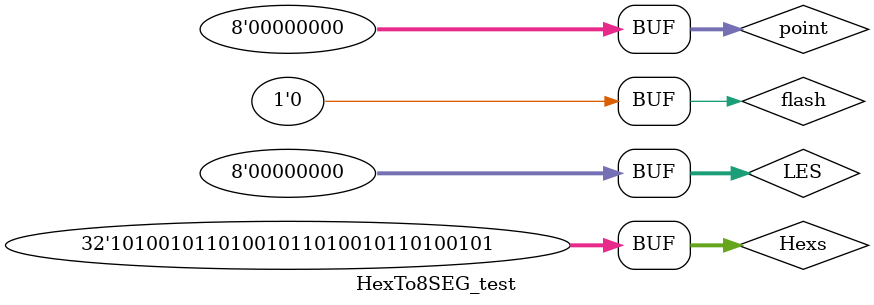
<source format=v>
`timescale 1ns / 1ps

module HexTo8SEG_test;

	// Inputs
	reg flash;
	reg [7:0] LES;
	reg [7:0] point;
	reg [31:0] Hexs;

	// Outputs
	wire [63:0] SEG_TXT;

	// Instantiate the Unit Under Test (UUT)
	HexTo8SEG uut (
		.flash(flash), 
		.LES(LES), 
		.point(point), 
		.Hexs(Hexs), 
		.SEG_TXT(SEG_TXT)
	);

	initial begin
		// Initialize Inputs
		flash = 0;
		LES = 0;
		point = 0;
		Hexs = 0;

		// Wait 100 ns for global reset to finish
		#100;
        
		Hexs = 32'h12345678; #100;
		Hexs = 32'hA5A5A5A5; #100;
	end
      
endmodule


</source>
